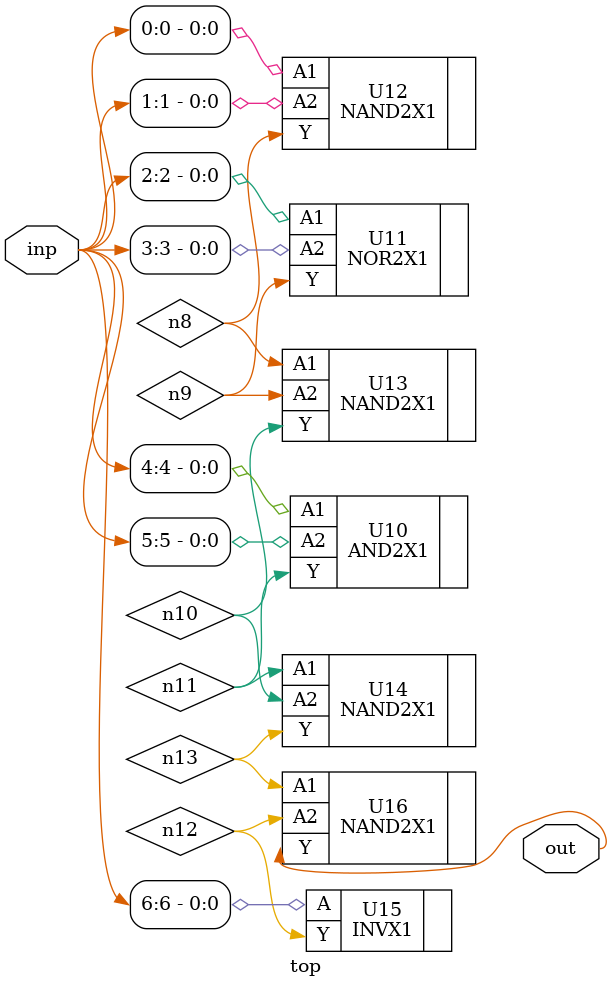
<source format=sv>


module top ( inp, out );
  input [6:0] inp;
  output out;
  wire   n8, n9, n10, n11, n12, n13;

  AND2X1 U10 ( .A1(inp[4]), .A2(inp[5]), .Y(n11) );
  NOR2X1 U11 ( .A1(inp[2]), .A2(inp[3]), .Y(n9) );
  NAND2X1 U12 ( .A1(inp[0]), .A2(inp[1]), .Y(n8) );
  NAND2X1 U13 ( .A1(n8), .A2(n9), .Y(n10) );
  NAND2X1 U14 ( .A1(n11), .A2(n10), .Y(n13) );
  INVX1 U15 ( .A(inp[6]), .Y(n12) );
  NAND2X1 U16 ( .A1(n13), .A2(n12), .Y(out) );
endmodule


</source>
